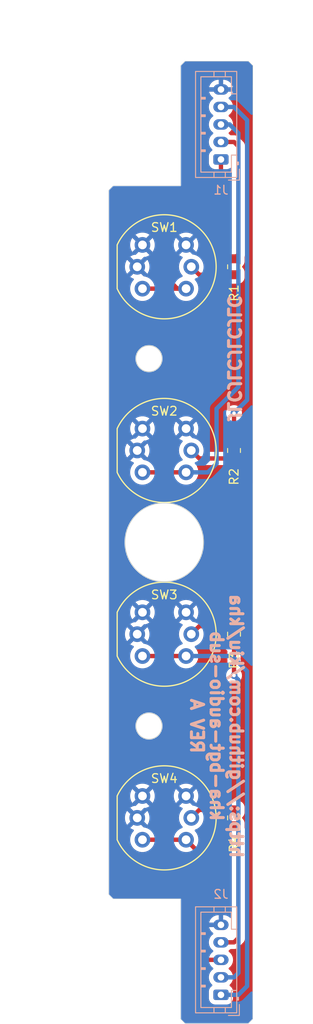
<source format=kicad_pcb>
(kicad_pcb (version 20221018) (generator pcbnew)
  (layers (0 "F.Cu" signal) (31 "B.Cu" signal) (34 "B.Paste" user) (35 "F.Paste" user) (36 "B.SilkS" user "B.Silkscreen") (37 "F.SilkS" user "F.Silkscreen") (38 "B.Mask" user) (39 "F.Mask" user) (44 "Edge.Cuts" user))
  (net 0 "")
  (net 1 "Net-(J1-Pin_1)")
  (net 2 "Net-(J1-Pin_2)")
  (net 3 "Net-(J1-Pin_3)")
  (net 4 "Net-(J1-Pin_4)")
  (net 5 "GND")
  (net 6 "Net-(R1-Pad2)")
  (net 7 "Net-(R2-Pad2)")
  (net 8 "Net-(J2-Pin_1)")
  (net 9 "Net-(J2-Pin_2)")
  (net 10 "Net-(J2-Pin_3)")
  (net 11 "Net-(J2-Pin_4)")
  (net 12 "Net-(R3-Pad2)")
  (net 13 "Net-(R4-Pad2)")
  (footprint "Resistor_SMD:R_0805_2012Metric" (layer "F.Cu") (at 82.99997 50 -90)
    (fp_text reference "R1" (at 3 0 90) (layer "F.SilkS"))
    (fp_text value "R")
    (fp_line (start -0.227064 -0.735) (end 0.227064 -0.735) (stroke (width 0.12)) (layer "F.SilkS"))
    (fp_line (start -0.227064 0.735) (end 0.227064 0.735) (stroke (width 0.12)) (layer "F.SilkS"))
    (pad "1" smd roundrect (at -0.9125 0 270) (size 1.025 1.4) (layers "F.Cu" "F.Paste" "F.Mask") (roundrect_rratio 0.243902439) (net 2 "Net-(J1-Pin_2)"))
    (pad "2" smd roundrect (at 0.9125 0 270) (size 1.025 1.4) (layers "F.Cu" "F.Paste" "F.Mask") (roundrect_rratio 0.243902439) (net 6 "Net-(R1-Pad2)"))
  )
  (footprint "Resistor_SMD:R_0805_2012Metric" (layer "F.Cu") (at 83 71 -90)
    (fp_text reference "R2" (at 3 0 90) (layer "F.SilkS"))
    (fp_text value "R")
    (fp_line (start -0.227064 -0.735) (end 0.227064 -0.735) (stroke (width 0.12)) (layer "F.SilkS"))
    (fp_line (start -0.227064 0.735) (end 0.227064 0.735) (stroke (width 0.12)) (layer "F.SilkS"))
    (pad "1" smd roundrect (at -0.9125 0 270) (size 1.025 1.4) (layers "F.Cu" "F.Paste" "F.Mask") (roundrect_rratio 0.243902439) (net 4 "Net-(J1-Pin_4)"))
    (pad "2" smd roundrect (at 0.9125 0 270) (size 1.025 1.4) (layers "F.Cu" "F.Paste" "F.Mask") (roundrect_rratio 0.243902439) (net 7 "Net-(R2-Pad2)"))
  )
  (footprint "Resistor_SMD:R_0805_2012Metric" (layer "F.Cu") (at 83 92 90)
    (fp_text reference "R3" (at -3 0 90) (layer "F.SilkS"))
    (fp_text value "R")
    (fp_line (start -0.227064 -0.735) (end 0.227064 -0.735) (stroke (width 0.12)) (layer "F.SilkS"))
    (fp_line (start -0.227064 0.735) (end 0.227064 0.735) (stroke (width 0.12)) (layer "F.SilkS"))
    (pad "1" smd roundrect (at -0.9125 0 90) (size 1.025 1.4) (layers "F.Cu" "F.Paste" "F.Mask") (roundrect_rratio 0.243902439) (net 9 "Net-(J2-Pin_2)"))
    (pad "2" smd roundrect (at 0.9125 0 90) (size 1.025 1.4) (layers "F.Cu" "F.Paste" "F.Mask") (roundrect_rratio 0.243902439) (net 12 "Net-(R3-Pad2)"))
  )
  (footprint "kiu:KS01-BL" (layer "F.Cu") (at 74.99997 71 180)
    (fp_text reference "SW2" (at 0 4.5) (layer "F.SilkS"))
    (fp_text value "KS01-BL")
    (fp_line (start 5.4 2.5) (end 5.4 -2.5) (stroke (width 0.15)) (layer "F.SilkS"))
    (fp_arc (start 5.399999 2.5) (mid -5.950629 0) (end 5.399999 -2.499999) (stroke (width 0.15)) (layer "F.SilkS"))
    (pad "1" thru_hole circle (at -2.5 -2.5 180) (size 1.8 1.8) (drill 1) (layers "*.Cu" "*.Mask") (net 3 "Net-(J1-Pin_3)"))
    (pad "1" thru_hole circle (at 2.5 -2.5 180) (size 1.8 1.8) (drill 1) (layers "*.Cu" "*.Mask") (net 3 "Net-(J1-Pin_3)"))
    (pad "2" thru_hole circle (at -2.5 2.5 180) (size 1.8 1.8) (drill 1) (layers "*.Cu" "*.Mask") (net 5 "GND"))
    (pad "2" thru_hole circle (at 2.5 2.5 180) (size 1.8 1.8) (drill 1) (layers "*.Cu" "*.Mask") (net 5 "GND"))
    (pad "5" thru_hole circle (at -3.1 0 180) (size 1.8 1.8) (drill 1) (layers "*.Cu" "*.Mask") (net 7 "Net-(R2-Pad2)"))
    (pad "6" thru_hole circle (at 3.1 0 180) (size 1.8 1.8) (drill 1) (layers "*.Cu" "*.Mask") (net 5 "GND"))
  )
  (footprint "kiu:KS01-BL" (layer "F.Cu") (at 75 50 180)
    (fp_text reference "SW1" (at 0 4.5) (layer "F.SilkS"))
    (fp_text value "KS01-BL")
    (fp_line (start 5.4 2.5) (end 5.4 -2.5) (stroke (width 0.15)) (layer "F.SilkS"))
    (fp_arc (start 5.399999 2.5) (mid -5.950629 0) (end 5.399999 -2.499999) (stroke (width 0.15)) (layer "F.SilkS"))
    (pad "1" thru_hole circle (at -2.5 -2.5 180) (size 1.8 1.8) (drill 1) (layers "*.Cu" "*.Mask") (net 1 "Net-(J1-Pin_1)"))
    (pad "1" thru_hole circle (at 2.5 -2.5 180) (size 1.8 1.8) (drill 1) (layers "*.Cu" "*.Mask") (net 1 "Net-(J1-Pin_1)"))
    (pad "2" thru_hole circle (at -2.5 2.5 180) (size 1.8 1.8) (drill 1) (layers "*.Cu" "*.Mask") (net 5 "GND"))
    (pad "2" thru_hole circle (at 2.5 2.5 180) (size 1.8 1.8) (drill 1) (layers "*.Cu" "*.Mask") (net 5 "GND"))
    (pad "5" thru_hole circle (at -3.1 0 180) (size 1.8 1.8) (drill 1) (layers "*.Cu" "*.Mask") (net 6 "Net-(R1-Pad2)"))
    (pad "6" thru_hole circle (at 3.1 0 180) (size 1.8 1.8) (drill 1) (layers "*.Cu" "*.Mask") (net 5 "GND"))
  )
  (footprint "kiu:KS01-BL" (layer "F.Cu") (at 74.99997 92 180)
    (fp_text reference "SW3" (at 0 4.5) (layer "F.SilkS"))
    (fp_text value "KS01-BL")
    (fp_line (start 5.4 2.5) (end 5.4 -2.5) (stroke (width 0.15)) (layer "F.SilkS"))
    (fp_arc (start 5.399999 2.5) (mid -5.950629 0) (end 5.399999 -2.499999) (stroke (width 0.15)) (layer "F.SilkS"))
    (pad "1" thru_hole circle (at -2.5 -2.5 180) (size 1.8 1.8) (drill 1) (layers "*.Cu" "*.Mask") (net 8 "Net-(J2-Pin_1)"))
    (pad "1" thru_hole circle (at 2.5 -2.5 180) (size 1.8 1.8) (drill 1) (layers "*.Cu" "*.Mask") (net 8 "Net-(J2-Pin_1)"))
    (pad "2" thru_hole circle (at -2.5 2.5 180) (size 1.8 1.8) (drill 1) (layers "*.Cu" "*.Mask") (net 5 "GND"))
    (pad "2" thru_hole circle (at 2.5 2.5 180) (size 1.8 1.8) (drill 1) (layers "*.Cu" "*.Mask") (net 5 "GND"))
    (pad "5" thru_hole circle (at -3.1 0 180) (size 1.8 1.8) (drill 1) (layers "*.Cu" "*.Mask") (net 12 "Net-(R3-Pad2)"))
    (pad "6" thru_hole circle (at 3.1 0 180) (size 1.8 1.8) (drill 1) (layers "*.Cu" "*.Mask") (net 5 "GND"))
  )
  (footprint "Resistor_SMD:R_0805_2012Metric" (layer "F.Cu") (at 83 113 90)
    (fp_text reference "R4" (at -3 0 90) (layer "F.SilkS"))
    (fp_text value "R")
    (fp_line (start -0.227064 -0.735) (end 0.227064 -0.735) (stroke (width 0.12)) (layer "F.SilkS"))
    (fp_line (start -0.227064 0.735) (end 0.227064 0.735) (stroke (width 0.12)) (layer "F.SilkS"))
    (pad "1" smd roundrect (at -0.9125 0 90) (size 1.025 1.4) (layers "F.Cu" "F.Paste" "F.Mask") (roundrect_rratio 0.243902439) (net 11 "Net-(J2-Pin_4)"))
    (pad "2" smd roundrect (at 0.9125 0 90) (size 1.025 1.4) (layers "F.Cu" "F.Paste" "F.Mask") (roundrect_rratio 0.243902439) (net 13 "Net-(R4-Pad2)"))
  )
  (footprint "kiu:KS01-BL" (layer "F.Cu") (at 74.99997 113 180)
    (fp_text reference "SW4" (at 0 4.5) (layer "F.SilkS"))
    (fp_text value "KS01-BL")
    (fp_line (start 5.4 2.5) (end 5.4 -2.5) (stroke (width 0.15)) (layer "F.SilkS"))
    (fp_arc (start 5.399999 2.5) (mid -5.950629 0) (end 5.399999 -2.499999) (stroke (width 0.15)) (layer "F.SilkS"))
    (pad "1" thru_hole circle (at -2.5 -2.5 180) (size 1.8 1.8) (drill 1) (layers "*.Cu" "*.Mask") (net 10 "Net-(J2-Pin_3)"))
    (pad "1" thru_hole circle (at 2.5 -2.5 180) (size 1.8 1.8) (drill 1) (layers "*.Cu" "*.Mask") (net 10 "Net-(J2-Pin_3)"))
    (pad "2" thru_hole circle (at -2.5 2.5 180) (size 1.8 1.8) (drill 1) (layers "*.Cu" "*.Mask") (net 5 "GND"))
    (pad "2" thru_hole circle (at 2.5 2.5 180) (size 1.8 1.8) (drill 1) (layers "*.Cu" "*.Mask") (net 5 "GND"))
    (pad "5" thru_hole circle (at -3.1 0 180) (size 1.8 1.8) (drill 1) (layers "*.Cu" "*.Mask") (net 13 "Net-(R4-Pad2)"))
    (pad "6" thru_hole circle (at 3.1 0 180) (size 1.8 1.8) (drill 1) (layers "*.Cu" "*.Mask") (net 5 "GND"))
  )
  (footprint "Connector_JST:JST_PH_B5B-PH-K_1x05_P2.00mm_Vertical" (layer "B.Cu") (at 81.5 133.230002 90)
    (fp_text reference "J2" (at 11.5 0) (layer "B.SilkS") (effects (justify mirror)))
    (fp_text value "Conn_01x05")
    (fp_line (start -2.36 2.11) (end -2.36 0.86) (stroke (width 0.12)) (layer "B.SilkS"))
    (fp_line (start -2.06 -2.91) (end 10.06 -2.91) (stroke (width 0.12)) (layer "B.SilkS"))
    (fp_line (start -2.06 -0.8) (end -1.45 -0.8) (stroke (width 0.12)) (layer "B.SilkS"))
    (fp_line (start -2.06 0.5) (end -1.45 0.5) (stroke (width 0.12)) (layer "B.SilkS"))
    (fp_line (start -2.06 1.81) (end -2.06 -2.91) (stroke (width 0.12)) (layer "B.SilkS"))
    (fp_line (start -1.45 -2.3) (end 9.45 -2.3) (stroke (width 0.12)) (layer "B.SilkS"))
    (fp_line (start -1.45 1.2) (end -1.45 -2.3) (stroke (width 0.12)) (layer "B.SilkS"))
    (fp_line (start -1.11 2.11) (end -2.36 2.11) (stroke (width 0.12)) (layer "B.SilkS"))
    (fp_line (start -0.6 2.01) (end -0.6 1.81) (stroke (width 0.12)) (layer "B.SilkS"))
    (fp_line (start -0.3 1.81) (end -0.3 2.01) (stroke (width 0.12)) (layer "B.SilkS"))
    (fp_line (start -0.3 1.91) (end -0.6 1.91) (stroke (width 0.12)) (layer "B.SilkS"))
    (fp_line (start -0.3 2.01) (end -0.6 2.01) (stroke (width 0.12)) (layer "B.SilkS"))
    (fp_line (start 0.5 1.2) (end -1.45 1.2) (stroke (width 0.12)) (layer "B.SilkS"))
    (fp_line (start 0.5 1.81) (end 0.5 1.2) (stroke (width 0.12)) (layer "B.SilkS"))
    (fp_line (start 0.9 -2.3) (end 0.9 -1.8) (stroke (width 0.12)) (layer "B.SilkS"))
    (fp_line (start 0.9 -1.8) (end 1.1 -1.8) (stroke (width 0.12)) (layer "B.SilkS"))
    (fp_line (start 1 -2.3) (end 1 -1.8) (stroke (width 0.12)) (layer "B.SilkS"))
    (fp_line (start 1.1 -1.8) (end 1.1 -2.3) (stroke (width 0.12)) (layer "B.SilkS"))
    (fp_line (start 2.9 -2.3) (end 2.9 -1.8) (stroke (width 0.12)) (layer "B.SilkS"))
    (fp_line (start 2.9 -1.8) (end 3.1 -1.8) (stroke (width 0.12)) (layer "B.SilkS"))
    (fp_line (start 3 -2.3) (end 3 -1.8) (stroke (width 0.12)) (layer "B.SilkS"))
    (fp_line (start 3.1 -1.8) (end 3.1 -2.3) (stroke (width 0.12)) (layer "B.SilkS"))
    (fp_line (start 4.9 -2.3) (end 4.9 -1.8) (stroke (width 0.12)) (layer "B.SilkS"))
    (fp_line (start 4.9 -1.8) (end 5.1 -1.8) (stroke (width 0.12)) (layer "B.SilkS"))
    (fp_line (start 5 -2.3) (end 5 -1.8) (stroke (width 0.12)) (layer "B.SilkS"))
    (fp_line (start 5.1 -1.8) (end 5.1 -2.3) (stroke (width 0.12)) (layer "B.SilkS"))
    (fp_line (start 6.9 -2.3) (end 6.9 -1.8) (stroke (width 0.12)) (layer "B.SilkS"))
    (fp_line (start 6.9 -1.8) (end 7.1 -1.8) (stroke (width 0.12)) (layer "B.SilkS"))
    (fp_line (start 7 -2.3) (end 7 -1.8) (stroke (width 0.12)) (layer "B.SilkS"))
    (fp_line (start 7.1 -1.8) (end 7.1 -2.3) (stroke (width 0.12)) (layer "B.SilkS"))
    (fp_line (start 7.5 1.2) (end 7.5 1.81) (stroke (width 0.12)) (layer "B.SilkS"))
    (fp_line (start 9.45 -2.3) (end 9.45 1.2) (stroke (width 0.12)) (layer "B.SilkS"))
    (fp_line (start 9.45 1.2) (end 7.5 1.2) (stroke (width 0.12)) (layer "B.SilkS"))
    (fp_line (start 10.06 -2.91) (end 10.06 1.81) (stroke (width 0.12)) (layer "B.SilkS"))
    (fp_line (start 10.06 -0.8) (end 9.45 -0.8) (stroke (width 0.12)) (layer "B.SilkS"))
    (fp_line (start 10.06 0.5) (end 9.45 0.5) (stroke (width 0.12)) (layer "B.SilkS"))
    (fp_line (start 10.06 1.81) (end -2.06 1.81) (stroke (width 0.12)) (layer "B.SilkS"))
    (pad "1" thru_hole roundrect (at 0 0 90) (size 1.2 1.75) (drill 0.75) (layers "*.Cu" "*.Mask") (roundrect_rratio 0.2083333333) (net 8 "Net-(J2-Pin_1)"))
    (pad "2" thru_hole oval (at 2 0 90) (size 1.2 1.75) (drill 0.75) (layers "*.Cu" "*.Mask") (net 9 "Net-(J2-Pin_2)"))
    (pad "3" thru_hole oval (at 4 0 90) (size 1.2 1.75) (drill 0.75) (layers "*.Cu" "*.Mask") (net 10 "Net-(J2-Pin_3)"))
    (pad "4" thru_hole oval (at 6 0 90) (size 1.2 1.75) (drill 0.75) (layers "*.Cu" "*.Mask") (net 11 "Net-(J2-Pin_4)"))
    (pad "5" thru_hole oval (at 8 0 90) (size 1.2 1.75) (drill 0.75) (layers "*.Cu" "*.Mask") (net 5 "GND"))
  )
  (footprint "Connector_JST:JST_PH_B5B-PH-K_1x05_P2.00mm_Vertical" (layer "B.Cu") (at 81.5 37.730002 90)
    (fp_text reference "J1" (at -3.5 0 180) (layer "B.SilkS") (effects (justify mirror)))
    (fp_text value "Conn_01x05")
    (fp_line (start -2.36 2.11) (end -2.36 0.86) (stroke (width 0.12)) (layer "B.SilkS"))
    (fp_line (start -2.06 -2.91) (end 10.06 -2.91) (stroke (width 0.12)) (layer "B.SilkS"))
    (fp_line (start -2.06 -0.8) (end -1.45 -0.8) (stroke (width 0.12)) (layer "B.SilkS"))
    (fp_line (start -2.06 0.5) (end -1.45 0.5) (stroke (width 0.12)) (layer "B.SilkS"))
    (fp_line (start -2.06 1.81) (end -2.06 -2.91) (stroke (width 0.12)) (layer "B.SilkS"))
    (fp_line (start -1.45 -2.3) (end 9.45 -2.3) (stroke (width 0.12)) (layer "B.SilkS"))
    (fp_line (start -1.45 1.2) (end -1.45 -2.3) (stroke (width 0.12)) (layer "B.SilkS"))
    (fp_line (start -1.11 2.11) (end -2.36 2.11) (stroke (width 0.12)) (layer "B.SilkS"))
    (fp_line (start -0.6 2.01) (end -0.6 1.81) (stroke (width 0.12)) (layer "B.SilkS"))
    (fp_line (start -0.3 1.81) (end -0.3 2.01) (stroke (width 0.12)) (layer "B.SilkS"))
    (fp_line (start -0.3 1.91) (end -0.6 1.91) (stroke (width 0.12)) (layer "B.SilkS"))
    (fp_line (start -0.3 2.01) (end -0.6 2.01) (stroke (width 0.12)) (layer "B.SilkS"))
    (fp_line (start 0.5 1.2) (end -1.45 1.2) (stroke (width 0.12)) (layer "B.SilkS"))
    (fp_line (start 0.5 1.81) (end 0.5 1.2) (stroke (width 0.12)) (layer "B.SilkS"))
    (fp_line (start 0.9 -2.3) (end 0.9 -1.8) (stroke (width 0.12)) (layer "B.SilkS"))
    (fp_line (start 0.9 -1.8) (end 1.1 -1.8) (stroke (width 0.12)) (layer "B.SilkS"))
    (fp_line (start 1 -2.3) (end 1 -1.8) (stroke (width 0.12)) (layer "B.SilkS"))
    (fp_line (start 1.1 -1.8) (end 1.1 -2.3) (stroke (width 0.12)) (layer "B.SilkS"))
    (fp_line (start 2.9 -2.3) (end 2.9 -1.8) (stroke (width 0.12)) (layer "B.SilkS"))
    (fp_line (start 2.9 -1.8) (end 3.1 -1.8) (stroke (width 0.12)) (layer "B.SilkS"))
    (fp_line (start 3 -2.3) (end 3 -1.8) (stroke (width 0.12)) (layer "B.SilkS"))
    (fp_line (start 3.1 -1.8) (end 3.1 -2.3) (stroke (width 0.12)) (layer "B.SilkS"))
    (fp_line (start 4.9 -2.3) (end 4.9 -1.8) (stroke (width 0.12)) (layer "B.SilkS"))
    (fp_line (start 4.9 -1.8) (end 5.1 -1.8) (stroke (width 0.12)) (layer "B.SilkS"))
    (fp_line (start 5 -2.3) (end 5 -1.8) (stroke (width 0.12)) (layer "B.SilkS"))
    (fp_line (start 5.1 -1.8) (end 5.1 -2.3) (stroke (width 0.12)) (layer "B.SilkS"))
    (fp_line (start 6.9 -2.3) (end 6.9 -1.8) (stroke (width 0.12)) (layer "B.SilkS"))
    (fp_line (start 6.9 -1.8) (end 7.1 -1.8) (stroke (width 0.12)) (layer "B.SilkS"))
    (fp_line (start 7 -2.3) (end 7 -1.8) (stroke (width 0.12)) (layer "B.SilkS"))
    (fp_line (start 7.1 -1.8) (end 7.1 -2.3) (stroke (width 0.12)) (layer "B.SilkS"))
    (fp_line (start 7.5 1.2) (end 7.5 1.81) (stroke (width 0.12)) (layer "B.SilkS"))
    (fp_line (start 9.45 -2.3) (end 9.45 1.2) (stroke (width 0.12)) (layer "B.SilkS"))
    (fp_line (start 9.45 1.2) (end 7.5 1.2) (stroke (width 0.12)) (layer "B.SilkS"))
    (fp_line (start 10.06 -2.91) (end 10.06 1.81) (stroke (width 0.12)) (layer "B.SilkS"))
    (fp_line (start 10.06 -0.8) (end 9.45 -0.8) (stroke (width 0.12)) (layer "B.SilkS"))
    (fp_line (start 10.06 0.5) (end 9.45 0.5) (stroke (width 0.12)) (layer "B.SilkS"))
    (fp_line (start 10.06 1.81) (end -2.06 1.81) (stroke (width 0.12)) (layer "B.SilkS"))
    (pad "1" thru_hole roundrect (at 0 0 90) (size 1.2 1.75) (drill 0.75) (layers "*.Cu" "*.Mask") (roundrect_rratio 0.2083333333) (net 1 "Net-(J1-Pin_1)"))
    (pad "2" thru_hole oval (at 2 0 90) (size 1.2 1.75) (drill 0.75) (layers "*.Cu" "*.Mask") (net 2 "Net-(J1-Pin_2)"))
    (pad "3" thru_hole oval (at 4 0 90) (size 1.2 1.75) (drill 0.75) (layers "*.Cu" "*.Mask") (net 3 "Net-(J1-Pin_3)"))
    (pad "4" thru_hole oval (at 6 0 90) (size 1.2 1.75) (drill 0.75) (layers "*.Cu" "*.Mask") (net 4 "Net-(J1-Pin_4)"))
    (pad "5" thru_hole oval (at 8 0 90) (size 1.2 1.75) (drill 0.75) (layers "*.Cu" "*.Mask") (net 5 "GND"))
  )
  (gr_line (start 76.88997 40.750002) (end 76.88997 27.000002) (stroke (width 0.05)) (layer "Edge.Cuts"))
  (gr_line (start 85.15997 27.000002) (end 85.13997 136.000002) (stroke (width 0.05)) (layer "Edge.Cuts"))
  (gr_line (start 76.88997 136.000002) (end 76.88997 122.250002) (stroke (width 0.05)) (layer "Edge.Cuts"))
  (gr_circle (center 73.25 102.5) (end 74.75 102.5) (stroke (width 0.1)) (fill none) (layer "Edge.Cuts"))
  (gr_line (start 68.63997 121.750002) (end 68.63997 41.250002) (stroke (width 0.05)) (layer "Edge.Cuts"))
  (gr_line (start 76.88997 136.000002) (end 77.38997 136.500002) (stroke (width 0.05)) (layer "Edge.Cuts"))
  (gr_line (start 84.63997 136.500002) (end 77.38997 136.500002) (stroke (width 0.05)) (layer "Edge.Cuts"))
  (gr_line (start 68.63997 41.250002) (end 69.13997 40.750002) (stroke (width 0.05)) (layer "Edge.Cuts"))
  (gr_line (start 69.13997 40.750002) (end 76.88997 40.750002) (stroke (width 0.05)) (layer "Edge.Cuts"))
  (gr_line (start 68.63997 121.750002) (end 69.13997 122.250002) (stroke (width 0.05)) (layer "Edge.Cuts"))
  (gr_line (start 84.63997 136.500002) (end 85.13997 136.000002) (stroke (width 0.05)) (layer "Edge.Cuts"))
  (gr_line (start 76.88997 27.000002) (end 77.38997 26.500002) (stroke (width 0.05)) (layer "Edge.Cuts"))
  (gr_circle (center 75 81.5) (end 79.5 81.5) (stroke (width 0.1)) (fill none) (layer "Edge.Cuts"))
  (gr_circle (center 73.25 60.5) (end 74.75 60.5) (stroke (width 0.1)) (fill none) (layer "Edge.Cuts"))
  (gr_line (start 77.38997 26.500002) (end 84.65997 26.500002) (stroke (width 0.05)) (layer "Edge.Cuts"))
  (gr_line (start 84.65997 26.500002) (end 85.15997 27.000002) (stroke (width 0.05)) (layer "Edge.Cuts"))
  (gr_line (start 76.88997 122.250002) (end 69.13997 122.250002) (stroke (width 0.05)) (layer "Edge.Cuts"))
  (gr_text "https://github.com/kiu/kha\nkha-bgt-audio-sub\nREV A" (at 81 102.5 270) (layer "B.SilkS") (effects (font (size 1.4 1.4) (thickness 0.35) bold) (justify mirror)))
  (gr_text "JLCJLCJLCJLC" (at 83 60.5 270) (layer "B.SilkS") (effects (font (size 1.4 1.4) (thickness 0.35) bold) (justify mirror)))
  (segment (start 76.5 52.5) (end 77.5 52.5) (width 0.5) (layer "F.Cu") (net 1))
  (segment (start 75.5 51.5) (end 76.5 52.5) (width 0.5) (layer "F.Cu") (net 1))
  (segment (start 72.5 52.5) (end 76.5 52.5) (width 0.5) (layer "F.Cu") (net 1))
  (segment (start 81.5 37.730002) (end 81.5 43.5) (width 0.5) (layer "F.Cu") (net 1))
  (segment (start 81.5 43.5) (end 80.5 44.5) (width 0.5) (layer "F.Cu") (net 1))
  (segment (start 75.5 47.230032) (end 75.5 51.5) (width 0.5) (layer "F.Cu") (net 1))
  (segment (start 80.5 44.5) (end 76.49997 44.5) (width 0.5) (layer "F.Cu") (net 1))
  (segment (start 76.49997 44.5) (end 75.49997 45.5) (width 0.5) (layer "F.Cu") (net 1))
  (segment (start 75.49997 45.5) (end 75.49997 47.230002) (width 0.5) (layer "F.Cu") (net 1))
  (segment (start 75.49997 47.230002) (end 75.5 47.230032) (width 0.5) (layer "F.Cu") (net 1))
  (segment (start 83.5 48.58747) (end 83.5 45.317472) (width 0.5) (layer "F.Cu") (net 2))
  (segment (start 83 35.730002) (end 83.5 36.230002) (width 0.5) (layer "F.Cu") (net 2))
  (segment (start 83.5 36.230002) (end 83.5 45.317472) (width 0.5) (layer "F.Cu") (net 2))
  (segment (start 82.99997 49.0875) (end 83.5 48.58747) (width 0.5) (layer "F.Cu") (net 2))
  (segment (start 81.5 35.730002) (end 83 35.730002) (width 0.5) (layer "F.Cu") (net 2))
  (segment (start 72.49997 73.5) (end 77.49997 73.5) (width 0.5) (layer "F.Cu") (net 3))
  (segment (start 77.49997 73.5) (end 80 73.5) (width 0.5) (layer "B.Cu") (net 3))
  (segment (start 80.99997 66.230002) (end 80.99997 71.230002) (width 0.5) (layer "B.Cu") (net 3))
  (segment (start 81.5 33.730002) (end 82.5 33.730002) (width 0.5) (layer "B.Cu") (net 3))
  (segment (start 83.5 34.730002) (end 83.5 63.729972) (width 0.5) (layer "B.Cu") (net 3))
  (segment (start 83.5 63.729972) (end 80.99997 66.230002) (width 0.5) (layer "B.Cu") (net 3))
  (segment (start 80.99997 72.50003) (end 80.99997 71.230002) (width 0.5) (layer "B.Cu") (net 3))
  (segment (start 82.5 33.730002) (end 83.5 34.730002) (width 0.5) (layer "B.Cu") (net 3))
  (segment (start 80 73.5) (end 80.99997 72.50003) (width 0.5) (layer "B.Cu") (net 3))
  (segment (start 82.99997 66.730002) (end 82.99997 70.08747) (width 0.5) (layer "F.Cu") (net 4))
  (segment (start 82.99997 70.08747) (end 83 70.0875) (width 0.5) (layer "F.Cu") (net 4))
  (via (at 82.99997 66.730002) (size 0.8) (drill 0.4) (layers "F.Cu" "B.Cu") (net 4))
  (segment (start 83 31.730002) (end 84.5 33.230002) (width 0.5) (layer "B.Cu") (net 4))
  (segment (start 84.5 65.229972) (end 82.99997 66.730002) (width 0.5) (layer "B.Cu") (net 4))
  (segment (start 81.5 31.730002) (end 83 31.730002) (width 0.5) (layer "B.Cu") (net 4))
  (segment (start 84.5 33.230002) (end 84.5 65.229972) (width 0.5) (layer "B.Cu") (net 4))
  (segment (start 79.0125 50.9125) (end 78.1 50) (width 0.5) (layer "F.Cu") (net 6))
  (segment (start 82.99997 50.9125) (end 79.0125 50.9125) (width 0.5) (layer "F.Cu") (net 6))
  (segment (start 79.01247 71.9125) (end 78.09997 71) (width 0.5) (layer "F.Cu") (net 7))
  (segment (start 83 71.9125) (end 79.01247 71.9125) (width 0.5) (layer "F.Cu") (net 7))
  (segment (start 72.49997 94.5) (end 77.49997 94.5) (width 0.5) (layer "F.Cu") (net 8))
  (segment (start 81.5 133.230002) (end 83.5 133.230002) (width 0.5) (layer "B.Cu") (net 8))
  (segment (start 84.5 96.230032) (end 82.99997 94.730002) (width 0.5) (layer "B.Cu") (net 8))
  (segment (start 82.769968 94.5) (end 82.99997 94.730002) (width 0.5) (layer "B.Cu") (net 8))
  (segment (start 83.5 133.230002) (end 84.5 132.230002) (width 0.5) (layer "B.Cu") (net 8))
  (segment (start 77.49997 94.5) (end 82.769968 94.5) (width 0.5) (layer "B.Cu") (net 8))
  (segment (start 84.5 132.230002) (end 84.5 96.230032) (width 0.5) (layer "B.Cu") (net 8))
  (segment (start 82.99997 92.91253) (end 83 92.9125) (width 0.5) (layer "F.Cu") (net 9))
  (segment (start 82.99997 96.730002) (end 82.99997 92.91253) (width 0.5) (layer "F.Cu") (net 9))
  (via (at 82.99997 96.730002) (size 0.8) (drill 0.4) (layers "F.Cu" "B.Cu") (net 9))
  (segment (start 83.5 130.730002) (end 83 131.230002) (width 0.5) (layer "B.Cu") (net 9))
  (segment (start 82.99997 96.730002) (end 83.5 97.230032) (width 0.5) (layer "B.Cu") (net 9))
  (segment (start 83.5 97.230032) (end 83.5 130.730002) (width 0.5) (layer "B.Cu") (net 9))
  (segment (start 83 131.230002) (end 81.5 131.230002) (width 0.5) (layer "B.Cu") (net 9))
  (segment (start 78.49997 128.730002) (end 78.49997 119.730002) (width 0.5) (layer "F.Cu") (net 10))
  (segment (start 81.5 129.230002) (end 78.99997 129.230002) (width 0.5) (layer "F.Cu") (net 10))
  (segment (start 72.49997 115.5) (end 77.49997 115.5) (width 0.5) (layer "F.Cu") (net 10))
  (segment (start 78.49997 116.5) (end 78.49997 119.730002) (width 0.5) (layer "F.Cu") (net 10))
  (segment (start 77.49997 115.5) (end 78.49997 116.5) (width 0.5) (layer "F.Cu") (net 10))
  (segment (start 78.99997 129.230002) (end 78.49997 128.730002) (width 0.5) (layer "F.Cu") (net 10))
  (segment (start 83 127.230002) (end 83.5 126.730002) (width 0.5) (layer "F.Cu") (net 11))
  (segment (start 83.5 126.730002) (end 83.5 114.4125) (width 0.5) (layer "F.Cu") (net 11))
  (segment (start 83.5 114.4125) (end 83 113.9125) (width 0.5) (layer "F.Cu") (net 11))
  (segment (start 81.5 127.230002) (end 83 127.230002) (width 0.5) (layer "F.Cu") (net 11))
  (segment (start 83 91.0875) (end 79.01247 91.0875) (width 0.5) (layer "F.Cu") (net 12))
  (segment (start 79.01247 91.0875) (end 78.09997 92) (width 0.5) (layer "F.Cu") (net 12))
  (segment (start 83 112.0875) (end 79.01247 112.0875) (width 0.5) (layer "F.Cu") (net 13))
  (segment (start 79.01247 112.0875) (end 78.09997 113) (width 0.5) (layer "F.Cu") (net 13))
  (zone (net 5) (net_name "GND") (layers "F&B.Cu") (connect_pads (clearance 0.508)) (min_thickness 0.254) (fill yes (thermal_gap 0.508) (thermal_bridge_width 0.508))
    (polygon (pts (xy 85.15997 136.500002) (xy 68.63997 136.500002) (xy 68.63997 26.500002) (xy 85.15997 26.500002)))
  )
)
</source>
